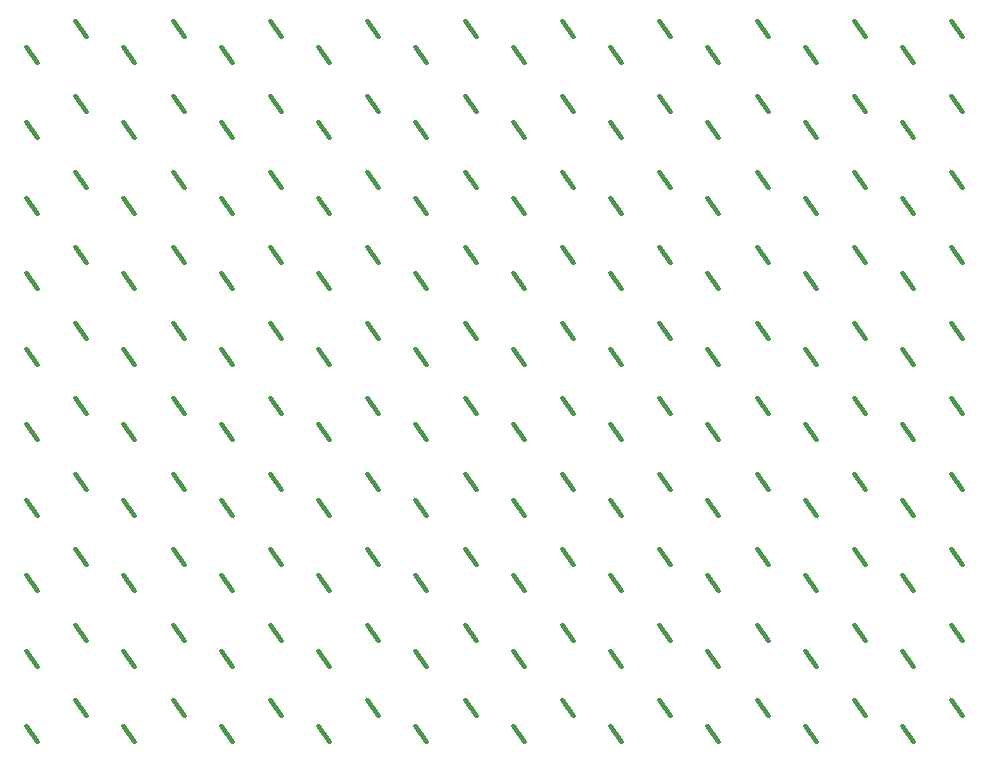
<source format=gbr>
%TF.GenerationSoftware,KiCad,Pcbnew,7.0.1*%
%TF.CreationDate,2024-10-11T23:10:47-04:00*%
%TF.ProjectId,PEST-panel,50455354-2d70-4616-9e65-6c2e6b696361,rev?*%
%TF.SameCoordinates,Original*%
%TF.FileFunction,Paste,Bot*%
%TF.FilePolarity,Positive*%
%FSLAX46Y46*%
G04 Gerber Fmt 4.6, Leading zero omitted, Abs format (unit mm)*
G04 Created by KiCad (PCBNEW 7.0.1) date 2024-10-11 23:10:47*
%MOMM*%
%LPD*%
G01*
G04 APERTURE LIST*
G04 Aperture macros list*
%AMRoundRect*
0 Rectangle with rounded corners*
0 $1 Rounding radius*
0 $2 $3 $4 $5 $6 $7 $8 $9 X,Y pos of 4 corners*
0 Add a 4 corners polygon primitive as box body*
4,1,4,$2,$3,$4,$5,$6,$7,$8,$9,$2,$3,0*
0 Add four circle primitives for the rounded corners*
1,1,$1+$1,$2,$3*
1,1,$1+$1,$4,$5*
1,1,$1+$1,$6,$7*
1,1,$1+$1,$8,$9*
0 Add four rect primitives between the rounded corners*
20,1,$1+$1,$2,$3,$4,$5,0*
20,1,$1+$1,$4,$5,$6,$7,0*
20,1,$1+$1,$6,$7,$8,$9,0*
20,1,$1+$1,$8,$9,$2,$3,0*%
G04 Aperture macros list end*
%ADD10RoundRect,0.100000X-0.598134X0.679879X0.434304X-0.794594X0.598134X-0.679879X-0.434304X0.794594X0*%
G04 APERTURE END LIST*
D10*
%TO.C,REF\u002A\u002A197*%
X76277455Y-56449577D03*
X72099677Y-58642423D03*
%TD*%
%TO.C,REF\u002A\u002A195*%
X68034281Y-56449577D03*
X63856503Y-58642423D03*
%TD*%
%TO.C,REF\u002A\u002A193*%
X59791107Y-56449577D03*
X55613329Y-58642423D03*
%TD*%
%TO.C,REF\u002A\u002A192*%
X51547933Y-56449577D03*
X47370155Y-58642423D03*
%TD*%
%TO.C,REF\u002A\u002A189*%
X43304759Y-56449577D03*
X39126981Y-58642423D03*
%TD*%
%TO.C,REF\u002A\u002A188*%
X35061585Y-56449577D03*
X30883807Y-58642423D03*
%TD*%
%TO.C,REF\u002A\u002A186*%
X26818411Y-56449577D03*
X22640633Y-58642423D03*
%TD*%
%TO.C,REF\u002A\u002A184*%
X18575237Y-56449577D03*
X14397459Y-58642423D03*
%TD*%
%TO.C,REF\u002A\u002A182*%
X10332063Y-56449577D03*
X6154285Y-58642423D03*
%TD*%
%TO.C,REF\u002A\u002A180*%
X2088889Y-56449577D03*
X-2088889Y-58642423D03*
%TD*%
%TO.C,REF\u002A\u002A177*%
X76277455Y-50055577D03*
X72099677Y-52248423D03*
%TD*%
%TO.C,REF\u002A\u002A175*%
X68034281Y-50055577D03*
X63856503Y-52248423D03*
%TD*%
%TO.C,REF\u002A\u002A174*%
X59791107Y-50055577D03*
X55613329Y-52248423D03*
%TD*%
%TO.C,REF\u002A\u002A172*%
X51547933Y-50055577D03*
X47370155Y-52248423D03*
%TD*%
%TO.C,REF\u002A\u002A170*%
X43304759Y-50055577D03*
X39126981Y-52248423D03*
%TD*%
%TO.C,REF\u002A\u002A167*%
X35061585Y-50055577D03*
X30883807Y-52248423D03*
%TD*%
%TO.C,REF\u002A\u002A165*%
X26818411Y-50055577D03*
X22640633Y-52248423D03*
%TD*%
%TO.C,REF\u002A\u002A163*%
X18575237Y-50055577D03*
X14397459Y-52248423D03*
%TD*%
%TO.C,REF\u002A\u002A161*%
X10332063Y-50055577D03*
X6154285Y-52248423D03*
%TD*%
%TO.C,REF\u002A\u002A160*%
X2088889Y-50055577D03*
X-2088889Y-52248423D03*
%TD*%
%TO.C,REF\u002A\u002A158*%
X76277455Y-43661577D03*
X72099677Y-45854423D03*
%TD*%
%TO.C,REF\u002A\u002A155*%
X68034281Y-43661577D03*
X63856503Y-45854423D03*
%TD*%
%TO.C,REF\u002A\u002A154*%
X59791107Y-43661577D03*
X55613329Y-45854423D03*
%TD*%
%TO.C,REF\u002A\u002A151*%
X51547933Y-43661577D03*
X47370155Y-45854423D03*
%TD*%
%TO.C,REF\u002A\u002A149*%
X43304759Y-43661577D03*
X39126981Y-45854423D03*
%TD*%
%TO.C,REF\u002A\u002A147*%
X35061585Y-43661577D03*
X30883807Y-45854423D03*
%TD*%
%TO.C,REF\u002A\u002A145*%
X26818411Y-43661577D03*
X22640633Y-45854423D03*
%TD*%
%TO.C,REF\u002A\u002A144*%
X18575237Y-43661577D03*
X14397459Y-45854423D03*
%TD*%
%TO.C,REF\u002A\u002A141*%
X10332063Y-43661577D03*
X6154285Y-45854423D03*
%TD*%
%TO.C,REF\u002A\u002A140*%
X2088889Y-43661577D03*
X-2088889Y-45854423D03*
%TD*%
%TO.C,REF\u002A\u002A138*%
X76277455Y-37267577D03*
X72099677Y-39460423D03*
%TD*%
%TO.C,REF\u002A\u002A136*%
X68034281Y-37267577D03*
X63856503Y-39460423D03*
%TD*%
%TO.C,REF\u002A\u002A134*%
X59791107Y-37267577D03*
X55613329Y-39460423D03*
%TD*%
%TO.C,REF\u002A\u002A132*%
X51547933Y-37267577D03*
X47370155Y-39460423D03*
%TD*%
%TO.C,REF\u002A\u002A130*%
X43304759Y-37267577D03*
X39126981Y-39460423D03*
%TD*%
%TO.C,REF\u002A\u002A128*%
X35061585Y-37267577D03*
X30883807Y-39460423D03*
%TD*%
%TO.C,REF\u002A\u002A125*%
X26818411Y-37267577D03*
X22640633Y-39460423D03*
%TD*%
%TO.C,REF\u002A\u002A123*%
X18575237Y-37267577D03*
X14397459Y-39460423D03*
%TD*%
%TO.C,REF\u002A\u002A121*%
X10332063Y-37267577D03*
X6154285Y-39460423D03*
%TD*%
%TO.C,REF\u002A\u002A120*%
X2088889Y-37267577D03*
X-2088889Y-39460423D03*
%TD*%
%TO.C,REF\u002A\u002A118*%
X76277455Y-30873577D03*
X72099677Y-33066423D03*
%TD*%
%TO.C,REF\u002A\u002A116*%
X68034281Y-30873577D03*
X63856503Y-33066423D03*
%TD*%
%TO.C,REF\u002A\u002A114*%
X59791107Y-30873577D03*
X55613329Y-33066423D03*
%TD*%
%TO.C,REF\u002A\u002A112*%
X51547933Y-30873577D03*
X47370155Y-33066423D03*
%TD*%
%TO.C,REF\u002A\u002A110*%
X43304759Y-30873577D03*
X39126981Y-33066423D03*
%TD*%
%TO.C,REF\u002A\u002A107*%
X35061585Y-30873577D03*
X30883807Y-33066423D03*
%TD*%
%TO.C,REF\u002A\u002A106*%
X26818411Y-30873577D03*
X22640633Y-33066423D03*
%TD*%
%TO.C,REF\u002A\u002A103*%
X18575237Y-30873577D03*
X14397459Y-33066423D03*
%TD*%
%TO.C,REF\u002A\u002A101*%
X10332063Y-30873577D03*
X6154285Y-33066423D03*
%TD*%
%TO.C,REF\u002A\u002A99*%
X2088889Y-30873577D03*
X-2088889Y-33066423D03*
%TD*%
%TO.C,REF\u002A\u002A98*%
X76277455Y-24479577D03*
X72099677Y-26672423D03*
%TD*%
%TO.C,REF\u002A\u002A95*%
X68034281Y-24479577D03*
X63856503Y-26672423D03*
%TD*%
%TO.C,REF\u002A\u002A94*%
X59791107Y-24479577D03*
X55613329Y-26672423D03*
%TD*%
%TO.C,REF\u002A\u002A91*%
X51547933Y-24479577D03*
X47370155Y-26672423D03*
%TD*%
%TO.C,REF\u002A\u002A89*%
X43304759Y-24479577D03*
X39126981Y-26672423D03*
%TD*%
%TO.C,REF\u002A\u002A88*%
X35061585Y-24479577D03*
X30883807Y-26672423D03*
%TD*%
%TO.C,REF\u002A\u002A85*%
X26818411Y-24479577D03*
X22640633Y-26672423D03*
%TD*%
%TO.C,REF\u002A\u002A84*%
X18575237Y-24479577D03*
X14397459Y-26672423D03*
%TD*%
%TO.C,REF\u002A\u002A81*%
X10332063Y-24479577D03*
X6154285Y-26672423D03*
%TD*%
%TO.C,REF\u002A\u002A79*%
X2088889Y-24479577D03*
X-2088889Y-26672423D03*
%TD*%
%TO.C,REF\u002A\u002A77*%
X76277455Y-18085577D03*
X72099677Y-20278423D03*
%TD*%
%TO.C,REF\u002A\u002A75*%
X68034281Y-18085577D03*
X63856503Y-20278423D03*
%TD*%
%TO.C,REF\u002A\u002A74*%
X59791107Y-18085577D03*
X55613329Y-20278423D03*
%TD*%
%TO.C,REF\u002A\u002A72*%
X51547933Y-18085577D03*
X47370155Y-20278423D03*
%TD*%
%TO.C,REF\u002A\u002A69*%
X43304759Y-18085577D03*
X39126981Y-20278423D03*
%TD*%
%TO.C,REF\u002A\u002A67*%
X35061585Y-18085577D03*
X30883807Y-20278423D03*
%TD*%
%TO.C,REF\u002A\u002A66*%
X26818411Y-18085577D03*
X22640633Y-20278423D03*
%TD*%
%TO.C,REF\u002A\u002A64*%
X18575237Y-18085577D03*
X14397459Y-20278423D03*
%TD*%
%TO.C,REF\u002A\u002A61*%
X10332063Y-18085577D03*
X6154285Y-20278423D03*
%TD*%
%TO.C,REF\u002A\u002A59*%
X2088889Y-18085577D03*
X-2088889Y-20278423D03*
%TD*%
%TO.C,REF\u002A\u002A58*%
X76277455Y-11691577D03*
X72099677Y-13884423D03*
%TD*%
%TO.C,REF\u002A\u002A56*%
X68034281Y-11691577D03*
X63856503Y-13884423D03*
%TD*%
%TO.C,REF\u002A\u002A53*%
X59791107Y-11691577D03*
X55613329Y-13884423D03*
%TD*%
%TO.C,REF\u002A\u002A52*%
X51547933Y-11691577D03*
X47370155Y-13884423D03*
%TD*%
%TO.C,REF\u002A\u002A49*%
X43304759Y-11691577D03*
X39126981Y-13884423D03*
%TD*%
%TO.C,REF\u002A\u002A48*%
X35061585Y-11691577D03*
X30883807Y-13884423D03*
%TD*%
%TO.C,REF\u002A\u002A46*%
X26818411Y-11691577D03*
X22640633Y-13884423D03*
%TD*%
%TO.C,REF\u002A\u002A44*%
X18575237Y-11691577D03*
X14397459Y-13884423D03*
%TD*%
%TO.C,REF\u002A\u002A42*%
X10332063Y-11691577D03*
X6154285Y-13884423D03*
%TD*%
%TO.C,REF\u002A\u002A39*%
X2088889Y-11691577D03*
X-2088889Y-13884423D03*
%TD*%
%TO.C,REF\u002A\u002A37*%
X76277455Y-5297577D03*
X72099677Y-7490423D03*
%TD*%
%TO.C,REF\u002A\u002A36*%
X68034281Y-5297577D03*
X63856503Y-7490423D03*
%TD*%
%TO.C,REF\u002A\u002A34*%
X59791107Y-5297577D03*
X55613329Y-7490423D03*
%TD*%
%TO.C,REF\u002A\u002A31*%
X51547933Y-5297577D03*
X47370155Y-7490423D03*
%TD*%
%TO.C,REF\u002A\u002A30*%
X43304759Y-5297577D03*
X39126981Y-7490423D03*
%TD*%
%TO.C,REF\u002A\u002A28*%
X35061585Y-5297577D03*
X30883807Y-7490423D03*
%TD*%
%TO.C,REF\u002A\u002A25*%
X26818411Y-5297577D03*
X22640633Y-7490423D03*
%TD*%
%TO.C,REF\u002A\u002A23*%
X18575237Y-5297577D03*
X14397459Y-7490423D03*
%TD*%
%TO.C,REF\u002A\u002A22*%
X10332063Y-5297577D03*
X6154285Y-7490423D03*
%TD*%
%TO.C,REF\u002A\u002A20*%
X2088889Y-5297577D03*
X-2088889Y-7490423D03*
%TD*%
%TO.C,REF\u002A\u002A17*%
X76277455Y1096423D03*
X72099677Y-1096423D03*
%TD*%
%TO.C,REF\u002A\u002A15*%
X68034281Y1096423D03*
X63856503Y-1096423D03*
%TD*%
%TO.C,REF\u002A\u002A13*%
X59791107Y1096423D03*
X55613329Y-1096423D03*
%TD*%
%TO.C,REF\u002A\u002A12*%
X51547933Y1096423D03*
X47370155Y-1096423D03*
%TD*%
%TO.C,REF\u002A\u002A9*%
X43304759Y1096423D03*
X39126981Y-1096423D03*
%TD*%
%TO.C,REF\u002A\u002A7*%
X35061585Y1096423D03*
X30883807Y-1096423D03*
%TD*%
%TO.C,REF\u002A\u002A6*%
X26818411Y1096423D03*
X22640633Y-1096423D03*
%TD*%
%TO.C,REF\u002A\u002A3*%
X18575237Y1096423D03*
X14397459Y-1096423D03*
%TD*%
%TO.C,REF\u002A\u002A2*%
X10332063Y1096423D03*
X6154285Y-1096423D03*
%TD*%
%TO.C,REF\u002A\u002A*%
X-2088889Y-1096423D03*
X2088889Y1096423D03*
%TD*%
M02*

</source>
